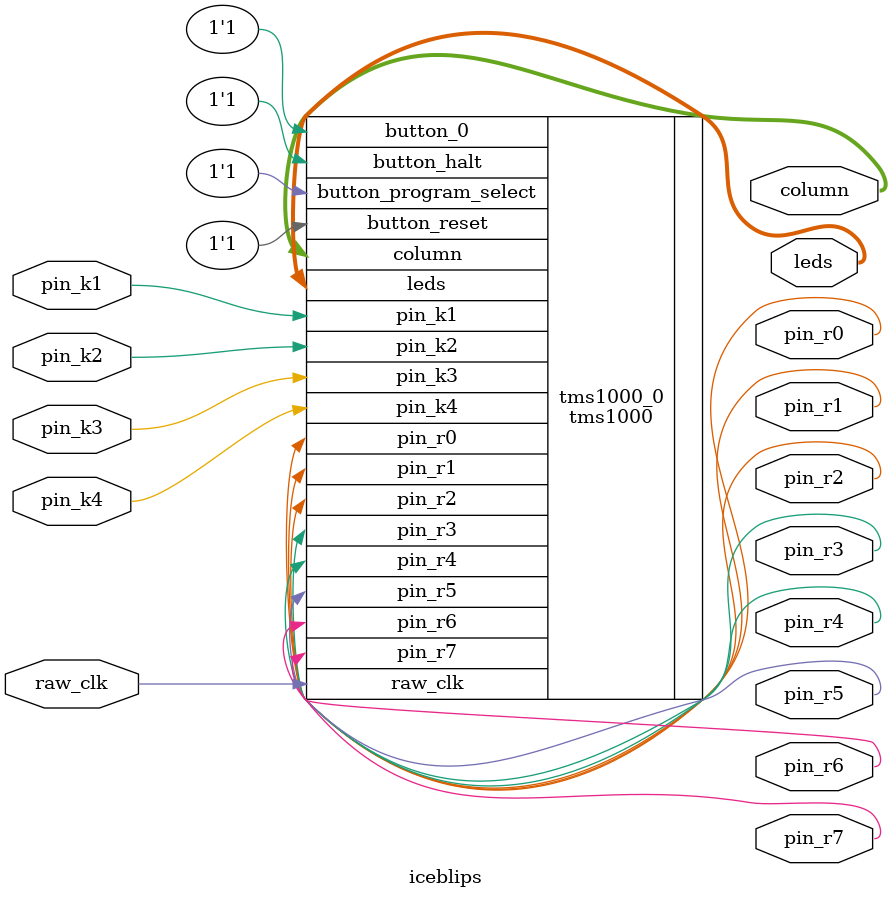
<source format=v>

module iceblips
(
  output [7:0] leds,
  output [3:0] column,
  input raw_clk,
  input pin_k1,
  input pin_k2,
  input pin_k3,
  input pin_k4,
  output pin_r0,
  output pin_r1,
  output pin_r2,
  output pin_r3,
  output pin_r4,
  output pin_r5,
  output pin_r6,
  output pin_r7
  //output pin_r8,
  //output pin_r9,
  //output pin_r10,
  //output pin_o0,
  //output pin_o1,
  //output pin_o2,
  //output pin_o3,
  //output pin_o4,
  //output pin_o5,
  //output pin_o6,
  //output pin_o7
);

tms1000 tms1000_0
(
  .leds                  (leds),
  .column                (column),
  .raw_clk               (raw_clk),
  .pin_k1                (pin_k1),
  .pin_k2                (pin_k2),
  .pin_k3                (pin_k3),
  .pin_k4                (pin_k4),
  .pin_r0                (pin_r0),
  .pin_r1                (pin_r1),
  .pin_r2                (pin_r2),
  .pin_r3                (pin_r3),
  .pin_r4                (pin_r4),
  .pin_r5                (pin_r5),
  .pin_r6                (pin_r6),
  .pin_r7                (pin_r7),
  //.pin_r8                (pin_r8),
  //.pin_r9                (pin_r9),
  //.pin_r10               (pin_r10),
  //.pin_o0                (pin_o0),
  //.pin_o1                (pin_o1),
  //.pin_o2                (pin_o2),
  //.pin_o3                (pin_o3),
  //.pin_o4                (pin_o4),
  //.pin_o5                (pin_o5),
  //.pin_o6                (pin_o6),
  //.pin_o7                (pin_o7),
  .button_reset          (1'b1),
  .button_halt           (1'b1),
  .button_program_select (1'b1),
  .button_0              (1'b1)
);

endmodule


</source>
